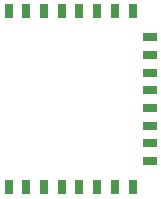
<source format=gbp>
G04 Layer_Color=128*
%FSLAX44Y44*%
%MOMM*%
G71*
G01*
G75*
%ADD32R,1.2000X0.8000*%
%ADD33R,0.8000X1.2000*%
D32*
X280748Y107520D02*
D03*
Y122520D02*
D03*
Y137520D02*
D03*
Y152520D02*
D03*
X280748Y167520D02*
D03*
X280748Y182520D02*
D03*
Y197520D02*
D03*
X280748Y212520D02*
D03*
D33*
X265748Y234520D02*
D03*
X250748Y234520D02*
D03*
X235748Y234520D02*
D03*
X220748Y234520D02*
D03*
X205748Y234520D02*
D03*
X190748D02*
D03*
X175748Y234520D02*
D03*
X175748Y85520D02*
D03*
X190748Y85520D02*
D03*
X205748Y85520D02*
D03*
X220748Y85520D02*
D03*
X235748Y85520D02*
D03*
X250748Y85520D02*
D03*
X265748Y85520D02*
D03*
X160748Y85520D02*
D03*
Y234520D02*
D03*
M02*

</source>
